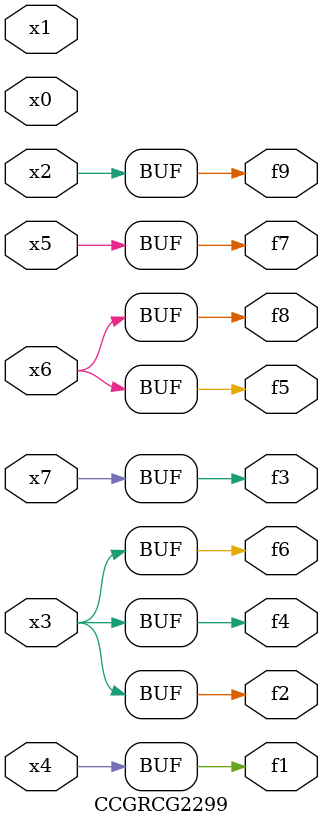
<source format=v>
module CCGRCG2299(
	input x0, x1, x2, x3, x4, x5, x6, x7,
	output f1, f2, f3, f4, f5, f6, f7, f8, f9
);
	assign f1 = x4;
	assign f2 = x3;
	assign f3 = x7;
	assign f4 = x3;
	assign f5 = x6;
	assign f6 = x3;
	assign f7 = x5;
	assign f8 = x6;
	assign f9 = x2;
endmodule

</source>
